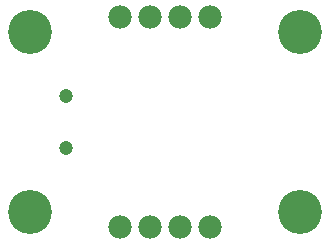
<source format=gbr>
G04 EAGLE Gerber RS-274X export*
G75*
%MOMM*%
%FSLAX34Y34*%
%LPD*%
%INSoldermask Bottom*%
%IPPOS*%
%AMOC8*
5,1,8,0,0,1.08239X$1,22.5*%
G01*
%ADD10C,3.719200*%
%ADD11C,1.203200*%
%ADD12C,1.981200*%


D10*
X-31750Y163830D03*
X196850Y163830D03*
D11*
X-1430Y109630D03*
X-1430Y65630D03*
D10*
X-31750Y11430D03*
X196850Y11430D03*
D12*
X120650Y-1270D03*
X95250Y-1270D03*
X69850Y-1270D03*
X44450Y-1270D03*
X120650Y176530D03*
X95250Y176530D03*
X69850Y176530D03*
X44450Y176530D03*
M02*

</source>
